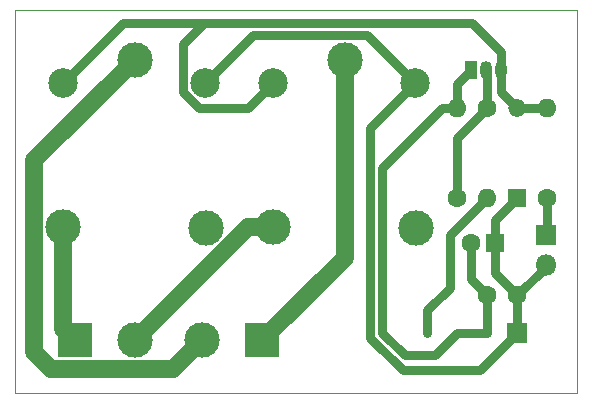
<source format=gbr>
%TF.GenerationSoftware,KiCad,Pcbnew,6.0.10-86aedd382b~118~ubuntu20.04.1*%
%TF.CreationDate,2023-01-04T17:25:00+02:00*%
%TF.ProjectId,PSU controller,50535520-636f-46e7-9472-6f6c6c65722e,rev?*%
%TF.SameCoordinates,Original*%
%TF.FileFunction,Copper,L1,Top*%
%TF.FilePolarity,Positive*%
%FSLAX46Y46*%
G04 Gerber Fmt 4.6, Leading zero omitted, Abs format (unit mm)*
G04 Created by KiCad (PCBNEW 6.0.10-86aedd382b~118~ubuntu20.04.1) date 2023-01-04 17:25:00*
%MOMM*%
%LPD*%
G01*
G04 APERTURE LIST*
%TA.AperFunction,Profile*%
%ADD10C,0.100000*%
%TD*%
%TA.AperFunction,ComponentPad*%
%ADD11O,1.500000X1.500000*%
%TD*%
%TA.AperFunction,ComponentPad*%
%ADD12R,1.500000X1.500000*%
%TD*%
%TA.AperFunction,ComponentPad*%
%ADD13C,2.500000*%
%TD*%
%TA.AperFunction,ComponentPad*%
%ADD14C,3.000000*%
%TD*%
%TA.AperFunction,ComponentPad*%
%ADD15O,1.050000X1.500000*%
%TD*%
%TA.AperFunction,ComponentPad*%
%ADD16R,1.050000X1.500000*%
%TD*%
%TA.AperFunction,ComponentPad*%
%ADD17O,1.700000X1.700000*%
%TD*%
%TA.AperFunction,ComponentPad*%
%ADD18R,1.700000X1.700000*%
%TD*%
%TA.AperFunction,ComponentPad*%
%ADD19R,3.000000X3.000000*%
%TD*%
%TA.AperFunction,ComponentPad*%
%ADD20O,1.600000X1.600000*%
%TD*%
%TA.AperFunction,ComponentPad*%
%ADD21C,1.600000*%
%TD*%
%TA.AperFunction,ComponentPad*%
%ADD22R,1.600000X1.600000*%
%TD*%
%TA.AperFunction,ComponentPad*%
%ADD23O,1.800000X1.800000*%
%TD*%
%TA.AperFunction,ComponentPad*%
%ADD24R,1.800000X1.800000*%
%TD*%
%TA.AperFunction,Conductor*%
%ADD25C,1.500000*%
%TD*%
%TA.AperFunction,Conductor*%
%ADD26C,0.800000*%
%TD*%
G04 APERTURE END LIST*
D10*
X0Y32385000D02*
X47625000Y32385000D01*
X47625000Y15240000D02*
X47625000Y0D01*
X47625000Y32385000D02*
X47625000Y15875000D01*
X0Y0D02*
X0Y32385000D01*
X47625000Y15875000D02*
X47625000Y15240000D01*
X47625000Y0D02*
X0Y0D01*
D11*
X42545000Y24125000D03*
D12*
X42545000Y16505000D03*
D13*
X16110000Y26235000D03*
D14*
X16160000Y13985000D03*
X4110000Y14035000D03*
D13*
X4110000Y26235000D03*
D14*
X10160000Y28185000D03*
D15*
X41165424Y27305000D03*
X39895424Y27305000D03*
D16*
X38625424Y27305000D03*
D18*
X42535000Y5055000D03*
D14*
X15875000Y4445000D03*
D19*
X20955000Y4445000D03*
D20*
X45085000Y24130000D03*
D21*
X45085000Y16510000D03*
D20*
X37465000Y24130000D03*
D21*
X37465000Y16510000D03*
D20*
X40005000Y16510000D03*
D21*
X40005000Y24130000D03*
X40025000Y8255000D03*
X42525000Y8255000D03*
X38640000Y12700000D03*
D22*
X40640000Y12700000D03*
D23*
X44958000Y10824000D03*
D24*
X44958000Y13364000D03*
D14*
X10160000Y4445000D03*
D19*
X5080000Y4445000D03*
D13*
X33890000Y26235000D03*
D14*
X33940000Y13985000D03*
X21890000Y14035000D03*
D13*
X21890000Y26235000D03*
D14*
X27940000Y28185000D03*
D25*
X27940000Y28185000D02*
X27940000Y11430000D01*
X27940000Y11430000D02*
X20955000Y4445000D01*
X10160000Y28185000D02*
X1660000Y19685000D01*
X3085000Y1995000D02*
X13425000Y1995000D01*
X1660000Y3420000D02*
X3085000Y1995000D01*
X1660000Y19685000D02*
X1660000Y3420000D01*
X13425000Y1995000D02*
X15875000Y4445000D01*
X4110000Y14035000D02*
X4110000Y5415000D01*
X4110000Y5415000D02*
X5080000Y4445000D01*
X19750000Y14035000D02*
X10160000Y4445000D01*
X21890000Y14035000D02*
X19750000Y14035000D01*
D26*
X29840000Y30285000D02*
X20160000Y30285000D01*
X44958000Y10688000D02*
X42525000Y8255000D01*
X42535000Y5055000D02*
X39385000Y1905000D01*
X40640000Y10140000D02*
X42525000Y8255000D01*
X30114999Y4665787D02*
X30114999Y22459999D01*
X40640000Y12700000D02*
X40640000Y10140000D01*
X39385000Y1905000D02*
X32875786Y1905000D01*
X40640000Y14600000D02*
X40640000Y12700000D01*
X42535000Y5070000D02*
X42545000Y5080000D01*
X32875786Y1905000D02*
X30114999Y4665787D01*
X44958000Y10824000D02*
X44958000Y10688000D01*
X42545000Y16505000D02*
X40640000Y14600000D01*
X30114999Y22459999D02*
X33890000Y26235000D01*
X20160000Y30285000D02*
X16110000Y26235000D01*
X42525000Y5100000D02*
X42525000Y8255000D01*
X33890000Y26235000D02*
X29840000Y30285000D01*
X42535000Y5055000D02*
X42535000Y5070000D01*
X42525000Y8255000D02*
X42545000Y8255000D01*
X42545000Y5080000D02*
X42525000Y5100000D01*
X37455000Y5055000D02*
X35575000Y3175000D01*
X33020000Y3175000D02*
X31115000Y5080000D01*
X38640000Y9640000D02*
X40025000Y8255000D01*
X36195000Y24130000D02*
X37465000Y24130000D01*
X35575000Y3175000D02*
X33020000Y3175000D01*
X37455000Y5055000D02*
X39995000Y5055000D01*
X39995000Y8225000D02*
X40025000Y8255000D01*
X37465000Y26144576D02*
X38625424Y27305000D01*
X39995000Y5055000D02*
X39995000Y8225000D01*
X38640000Y12700000D02*
X38640000Y9640000D01*
X31115000Y5080000D02*
X31115000Y19050000D01*
X37465000Y24130000D02*
X37465000Y26144576D01*
X31115000Y19050000D02*
X36195000Y24130000D01*
X36830000Y8890000D02*
X34915000Y6975000D01*
X34915000Y6975000D02*
X34915000Y5055000D01*
X40005000Y16510000D02*
X36830000Y13335000D01*
X36830000Y13335000D02*
X36830000Y8890000D01*
X41165424Y27305000D02*
X41165424Y25504576D01*
X15598704Y24130000D02*
X19785000Y24130000D01*
X16045001Y31285001D02*
X14260000Y29500000D01*
X19785000Y24130000D02*
X21890000Y26235000D01*
X41165424Y25504576D02*
X42545000Y24125000D01*
X16045001Y31285001D02*
X9160001Y31285001D01*
X14260000Y25468704D02*
X15598704Y24130000D01*
X9160001Y31285001D02*
X4110000Y26235000D01*
X41165424Y27305000D02*
X41165424Y28855000D01*
X41165424Y28855000D02*
X38735423Y31285001D01*
X38735423Y31285001D02*
X16045001Y31285001D01*
X14260000Y29500000D02*
X14260000Y25468704D01*
X42545000Y24125000D02*
X45080000Y24125000D01*
X45080000Y24125000D02*
X45085000Y24130000D01*
X45085000Y16510000D02*
X45085000Y13491000D01*
X45085000Y13491000D02*
X44958000Y13364000D01*
X37465000Y21590000D02*
X40005000Y24130000D01*
X37465000Y16510000D02*
X37465000Y21590000D01*
X40005000Y24130000D02*
X40005000Y27195424D01*
X40005000Y27195424D02*
X39895424Y27305000D01*
M02*

</source>
